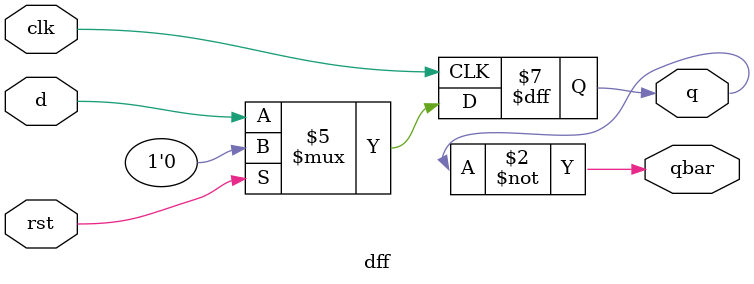
<source format=v>
module dff(input d,clk,rst,output reg q=0,output qbar);
always@(posedge clk)
begin
    if(rst)
        q<=1'b0;
    else
        q<=d;
end
assign qbar=~q;
endmodule

</source>
